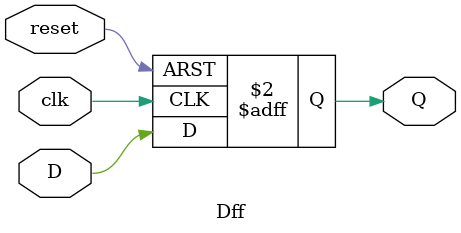
<source format=sv>
module Dff(
  input clk,
  input reset, 
  input D,
  output reg Q
);
  
  always@ (posedge clk or posedge reset )
    begin
      if (reset)
        Q <= 1'b0;
      else
        Q <= D;
    end
  
endmodule

</source>
